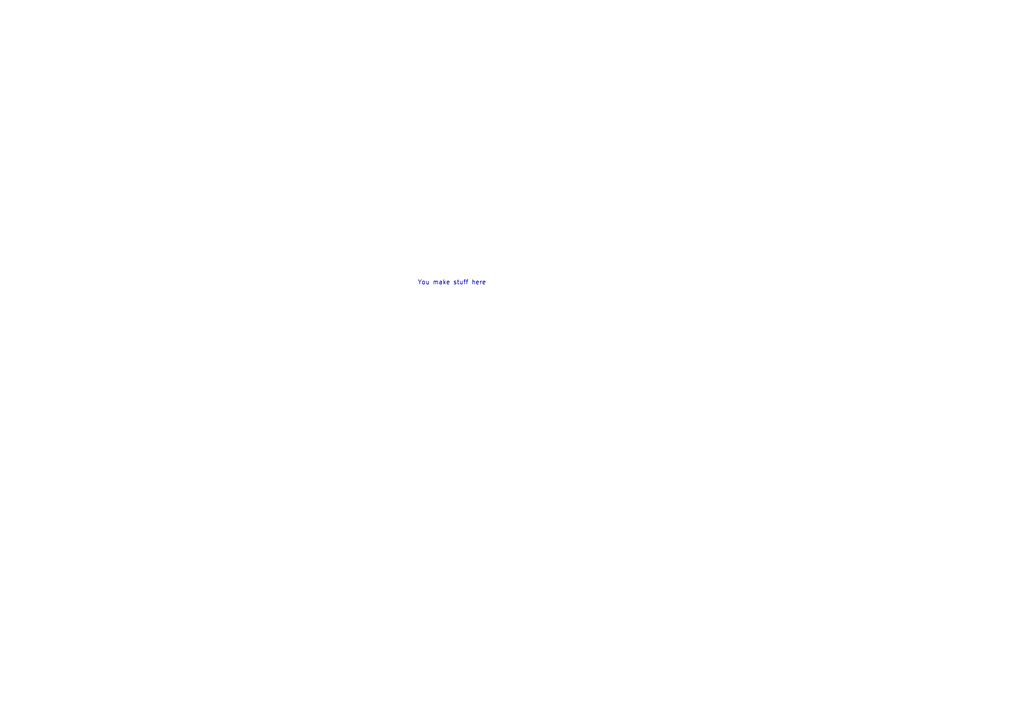
<source format=kicad_sch>
(kicad_sch
	(version 20250114)
	(generator "eeschema")
	(generator_version "9.0")
	(uuid "d3b268c2-36da-438c-a1fa-ee4bf32aa038")
	(paper "A4")
	(lib_symbols)
	(text "You make stuff here\n"
		(exclude_from_sim no)
		(at 131.064 82.042 0)
		(effects
			(font
				(size 1.27 1.27)
			)
		)
		(uuid "f9c71201-ae3a-43ae-8993-bb5bf644c5d6")
	)
	(sheet_instances
		(path "/"
			(page "1")
		)
	)
	(embedded_fonts no)
)

</source>
